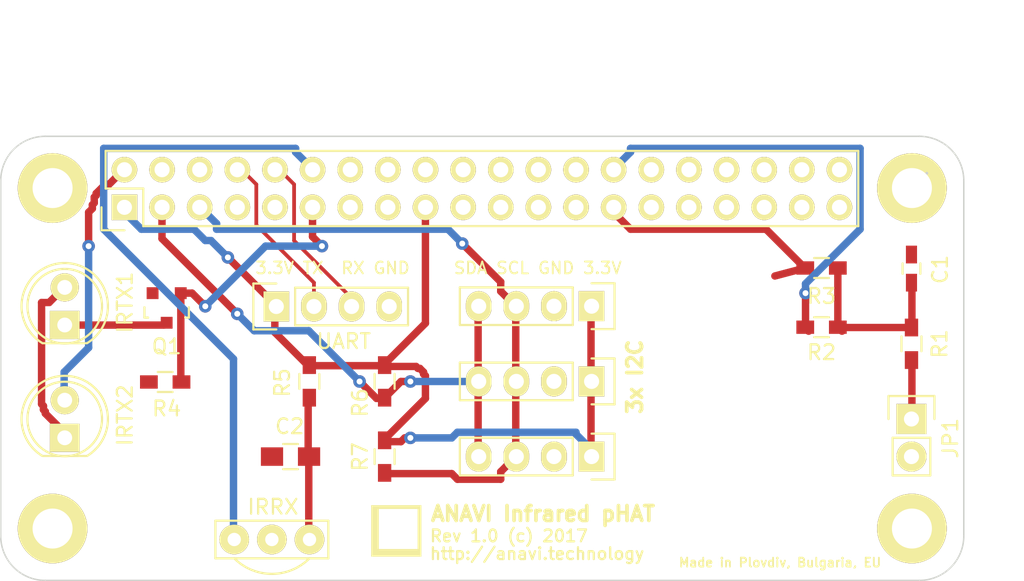
<source format=kicad_pcb>
(kicad_pcb (version 20171130) (host pcbnew "(5.1.5-0-10_14)")

  (general
    (thickness 1.6)
    (drawings 31)
    (tracks 209)
    (zones 0)
    (modules 24)
    (nets 36)
  )

  (page A4)
  (title_block
    (title "Anavi Infra pHAT")
    (date 2017-01-21)
    (company "Anavi Technology")
  )

  (layers
    (0 F.Cu signal)
    (31 B.Cu signal)
    (32 B.Adhes user)
    (33 F.Adhes user)
    (34 B.Paste user)
    (35 F.Paste user)
    (36 B.SilkS user)
    (37 F.SilkS user)
    (38 B.Mask user)
    (39 F.Mask user)
    (40 Dwgs.User user)
    (41 Cmts.User user)
    (42 Eco1.User user)
    (43 Eco2.User user)
    (44 Edge.Cuts user)
    (45 Margin user)
    (46 B.CrtYd user)
    (47 F.CrtYd user)
    (48 B.Fab user)
    (49 F.Fab user)
  )

  (setup
    (last_trace_width 0.5)
    (user_trace_width 0.254)
    (user_trace_width 0.5)
    (user_trace_width 0.754)
    (trace_clearance 0.254)
    (zone_clearance 0.508)
    (zone_45_only no)
    (trace_min 0.25)
    (via_size 0.85)
    (via_drill 0.4)
    (via_min_size 0.4)
    (via_min_drill 0.3)
    (uvia_size 0.35)
    (uvia_drill 0.1)
    (uvias_allowed no)
    (uvia_min_size 0.2)
    (uvia_min_drill 0.1)
    (edge_width 0.1)
    (segment_width 0.2)
    (pcb_text_width 0.3)
    (pcb_text_size 1.5 1.5)
    (mod_edge_width 0.15)
    (mod_text_size 1 1)
    (mod_text_width 0.15)
    (pad_size 4.7 4.7)
    (pad_drill 2.7)
    (pad_to_mask_clearance 0)
    (aux_axis_origin 0 0)
    (visible_elements FFFFF97F)
    (pcbplotparams
      (layerselection 0x010e0_80000001)
      (usegerberextensions true)
      (usegerberattributes false)
      (usegerberadvancedattributes false)
      (creategerberjobfile false)
      (excludeedgelayer true)
      (linewidth 0.100000)
      (plotframeref false)
      (viasonmask false)
      (mode 1)
      (useauxorigin false)
      (hpglpennumber 1)
      (hpglpenspeed 20)
      (hpglpendiameter 15.000000)
      (psnegative false)
      (psa4output false)
      (plotreference true)
      (plotvalue true)
      (plotinvisibletext false)
      (padsonsilk false)
      (subtractmaskfromsilk false)
      (outputformat 1)
      (mirror false)
      (drillshape 0)
      (scaleselection 1)
      (outputdirectory "schemes/"))
  )

  (net 0 "")
  (net 1 +3V3)
  (net 2 GND)
  (net 3 "Net-(C2-Pad1)")
  (net 4 "Net-(IRTX1-Pad2)")
  (net 5 +5V)
  (net 6 "Net-(JP1-Pad1)")
  (net 7 "Net-(Q1-Pad1)")
  (net 8 "Net-(R2-Pad2)")
  (net 9 "Net-(R3-Pad2)")
  (net 10 "Net-(R6-Pad2)")
  (net 11 "Net-(R7-Pad2)")
  (net 12 /TXD)
  (net 13 /RXD)
  (net 14 "Net-(IRRX1-Pad1)")
  (net 15 "Net-(IRTX1-Pad1)")
  (net 16 "Net-(RASP_CONN1-Pad7)")
  (net 17 "Net-(RASP_CONN1-Pad13)")
  (net 18 "Net-(RASP_CONN1-Pad15)")
  (net 19 "Net-(RASP_CONN1-Pad16)")
  (net 20 "Net-(RASP_CONN1-Pad18)")
  (net 21 "Net-(RASP_CONN1-Pad19)")
  (net 22 "Net-(RASP_CONN1-Pad21)")
  (net 23 "Net-(RASP_CONN1-Pad22)")
  (net 24 "Net-(RASP_CONN1-Pad23)")
  (net 25 "Net-(RASP_CONN1-Pad24)")
  (net 26 "Net-(RASP_CONN1-Pad26)")
  (net 27 "Net-(RASP_CONN1-Pad29)")
  (net 28 "Net-(RASP_CONN1-Pad31)")
  (net 29 "Net-(RASP_CONN1-Pad32)")
  (net 30 "Net-(RASP_CONN1-Pad33)")
  (net 31 "Net-(RASP_CONN1-Pad35)")
  (net 32 "Net-(RASP_CONN1-Pad36)")
  (net 33 "Net-(RASP_CONN1-Pad37)")
  (net 34 "Net-(RASP_CONN1-Pad38)")
  (net 35 "Net-(RASP_CONN1-Pad40)")

  (net_class Default "This is the default net class."
    (clearance 0.254)
    (trace_width 0.5)
    (via_dia 0.85)
    (via_drill 0.4)
    (uvia_dia 0.35)
    (uvia_drill 0.1)
    (add_net +3V3)
    (add_net +5V)
    (add_net /RXD)
    (add_net /TXD)
    (add_net GND)
    (add_net "Net-(C2-Pad1)")
    (add_net "Net-(IRRX1-Pad1)")
    (add_net "Net-(IRTX1-Pad1)")
    (add_net "Net-(IRTX1-Pad2)")
    (add_net "Net-(JP1-Pad1)")
    (add_net "Net-(Q1-Pad1)")
    (add_net "Net-(R2-Pad2)")
    (add_net "Net-(R3-Pad2)")
    (add_net "Net-(R6-Pad2)")
    (add_net "Net-(R7-Pad2)")
    (add_net "Net-(RASP_CONN1-Pad13)")
    (add_net "Net-(RASP_CONN1-Pad15)")
    (add_net "Net-(RASP_CONN1-Pad16)")
    (add_net "Net-(RASP_CONN1-Pad18)")
    (add_net "Net-(RASP_CONN1-Pad19)")
    (add_net "Net-(RASP_CONN1-Pad21)")
    (add_net "Net-(RASP_CONN1-Pad22)")
    (add_net "Net-(RASP_CONN1-Pad23)")
    (add_net "Net-(RASP_CONN1-Pad24)")
    (add_net "Net-(RASP_CONN1-Pad26)")
    (add_net "Net-(RASP_CONN1-Pad29)")
    (add_net "Net-(RASP_CONN1-Pad31)")
    (add_net "Net-(RASP_CONN1-Pad32)")
    (add_net "Net-(RASP_CONN1-Pad33)")
    (add_net "Net-(RASP_CONN1-Pad35)")
    (add_net "Net-(RASP_CONN1-Pad36)")
    (add_net "Net-(RASP_CONN1-Pad37)")
    (add_net "Net-(RASP_CONN1-Pad38)")
    (add_net "Net-(RASP_CONN1-Pad40)")
    (add_net "Net-(RASP_CONN1-Pad7)")
  )

  (net_class vcc ""
    (clearance 0.254)
    (trace_width 1.5)
    (via_dia 0.85)
    (via_drill 0.4)
    (uvia_dia 0.35)
    (uvia_drill 0.1)
  )

  (module Capacitors_SMD:C_0603_HandSoldering (layer F.Cu) (tedit 588FBDB9) (tstamp 58831703)
    (at 209.97 83.94 90)
    (descr "Capacitor SMD 0603, hand soldering")
    (tags "capacitor 0603")
    (path /56FB5967)
    (attr smd)
    (fp_text reference C1 (at -0.06 1.93 90) (layer F.SilkS)
      (effects (font (size 1 1) (thickness 0.15)))
    )
    (fp_text value 0.1 (at 0 1.9 90) (layer F.Fab) hide
      (effects (font (size 1 1) (thickness 0.15)))
    )
    (fp_line (start -1.85 -0.75) (end 1.85 -0.75) (layer F.CrtYd) (width 0.05))
    (fp_line (start -1.85 0.75) (end 1.85 0.75) (layer F.CrtYd) (width 0.05))
    (fp_line (start -1.85 -0.75) (end -1.85 0.75) (layer F.CrtYd) (width 0.05))
    (fp_line (start 1.85 -0.75) (end 1.85 0.75) (layer F.CrtYd) (width 0.05))
    (fp_line (start -0.35 -0.6) (end 0.35 -0.6) (layer F.SilkS) (width 0.15))
    (fp_line (start 0.35 0.6) (end -0.35 0.6) (layer F.SilkS) (width 0.15))
    (pad 1 smd rect (at -0.95 0 90) (size 1.2 0.75) (layers F.Cu F.Paste F.Mask)
      (net 1 +3V3))
    (pad 2 smd rect (at 0.95 0 90) (size 1.2 0.75) (layers F.Cu F.Paste F.Mask)
      (net 2 GND))
    (model Capacitors_SMD.3dshapes/C_0603_HandSoldering.wrl
      (at (xyz 0 0 0))
      (scale (xyz 1 1 1))
      (rotate (xyz 0 0 0))
    )
  )

  (module Capacitors_SMD:C_0805_HandSoldering (layer F.Cu) (tedit 588FBD5A) (tstamp 58831709)
    (at 168.06 96.64 180)
    (descr "Capacitor SMD 0805, hand soldering")
    (tags "capacitor 0805")
    (path /56FCE773)
    (attr smd)
    (fp_text reference C2 (at 0.06 2.04 180) (layer F.SilkS)
      (effects (font (size 1 1) (thickness 0.15)))
    )
    (fp_text value 4.7 (at 0 2.1 180) (layer F.Fab) hide
      (effects (font (size 1 1) (thickness 0.15)))
    )
    (fp_line (start -2.3 -1) (end 2.3 -1) (layer F.CrtYd) (width 0.05))
    (fp_line (start -2.3 1) (end 2.3 1) (layer F.CrtYd) (width 0.05))
    (fp_line (start -2.3 -1) (end -2.3 1) (layer F.CrtYd) (width 0.05))
    (fp_line (start 2.3 -1) (end 2.3 1) (layer F.CrtYd) (width 0.05))
    (fp_line (start 0.5 -0.85) (end -0.5 -0.85) (layer F.SilkS) (width 0.15))
    (fp_line (start -0.5 0.85) (end 0.5 0.85) (layer F.SilkS) (width 0.15))
    (pad 1 smd rect (at -1.25 0 180) (size 1.5 1.25) (layers F.Cu F.Paste F.Mask)
      (net 3 "Net-(C2-Pad1)"))
    (pad 2 smd rect (at 1.25 0 180) (size 1.5 1.25) (layers F.Cu F.Paste F.Mask)
      (net 2 GND))
    (model Capacitors_SMD.3dshapes/C_0805_HandSoldering.wrl
      (at (xyz 0 0 0))
      (scale (xyz 1 1 1))
      (rotate (xyz 0 0 0))
    )
  )

  (module LEDs:LED-5MM (layer F.Cu) (tedit 588FBD88) (tstamp 5883170F)
    (at 152.82 87.75 90)
    (descr "LED 5mm round vertical")
    (tags "LED 5mm round vertical")
    (path /56FCCD5F)
    (fp_text reference IRTX1 (at 1.524 4.064 90) (layer F.SilkS)
      (effects (font (size 1 1) (thickness 0.15)))
    )
    (fp_text value L-53F3BT (at 1.524 -3.937 90) (layer F.Fab) hide
      (effects (font (size 1 1) (thickness 0.15)))
    )
    (fp_line (start -1.5 -1.55) (end -1.5 1.55) (layer F.CrtYd) (width 0.05))
    (fp_arc (start 1.3 0) (end -1.5 1.55) (angle -302) (layer F.CrtYd) (width 0.05))
    (fp_arc (start 1.27 0) (end -1.23 -1.5) (angle 297.5) (layer F.SilkS) (width 0.15))
    (fp_line (start -1.23 1.5) (end -1.23 -1.5) (layer F.SilkS) (width 0.15))
    (fp_circle (center 1.27 0) (end 0.97 -2.5) (layer F.SilkS) (width 0.15))
    (fp_text user K (at -1.905 1.905 90) (layer F.SilkS) hide
      (effects (font (size 1 1) (thickness 0.15)))
    )
    (pad 1 thru_hole rect (at 0 0 180) (size 2 1.9) (drill 1.00076) (layers *.Cu *.Mask F.SilkS)
      (net 15 "Net-(IRTX1-Pad1)"))
    (pad 2 thru_hole circle (at 2.54 0 90) (size 1.9 1.9) (drill 1.00076) (layers *.Cu *.Mask F.SilkS)
      (net 4 "Net-(IRTX1-Pad2)"))
    (model LEDs.3dshapes/LED-5MM.wrl
      (offset (xyz 1.269999980926514 0 0))
      (scale (xyz 1 1 1))
      (rotate (xyz 0 0 90))
    )
  )

  (module LEDs:LED-5MM (layer F.Cu) (tedit 588FBD8F) (tstamp 58831715)
    (at 152.82 95.37 90)
    (descr "LED 5mm round vertical")
    (tags "LED 5mm round vertical")
    (path /5882BE41)
    (fp_text reference IRTX2 (at 1.524 4.064 90) (layer F.SilkS)
      (effects (font (size 1 1) (thickness 0.15)))
    )
    (fp_text value L-53F3BT (at 1.524 -3.937 90) (layer F.Fab) hide
      (effects (font (size 1 1) (thickness 0.15)))
    )
    (fp_line (start -1.5 -1.55) (end -1.5 1.55) (layer F.CrtYd) (width 0.05))
    (fp_arc (start 1.3 0) (end -1.5 1.55) (angle -302) (layer F.CrtYd) (width 0.05))
    (fp_arc (start 1.27 0) (end -1.23 -1.5) (angle 297.5) (layer F.SilkS) (width 0.15))
    (fp_line (start -1.23 1.5) (end -1.23 -1.5) (layer F.SilkS) (width 0.15))
    (fp_circle (center 1.27 0) (end 0.97 -2.5) (layer F.SilkS) (width 0.15))
    (fp_text user K (at -1.905 1.905 90) (layer F.SilkS) hide
      (effects (font (size 1 1) (thickness 0.15)))
    )
    (pad 1 thru_hole rect (at 0 0 180) (size 2 1.9) (drill 1.00076) (layers *.Cu *.Mask F.SilkS)
      (net 4 "Net-(IRTX1-Pad2)"))
    (pad 2 thru_hole circle (at 2.54 0 90) (size 1.9 1.9) (drill 1.00076) (layers *.Cu *.Mask F.SilkS)
      (net 5 +5V))
    (model LEDs.3dshapes/LED-5MM.wrl
      (offset (xyz 1.269999980926514 0 0))
      (scale (xyz 1 1 1))
      (rotate (xyz 0 0 90))
    )
  )

  (module Pin_Headers:Pin_Header_Straight_1x02 (layer F.Cu) (tedit 588FBD9A) (tstamp 5883171B)
    (at 209.97 94.1)
    (descr "Through hole pin header")
    (tags "pin header")
    (path /570C5478)
    (fp_text reference JP1 (at 2.63 1.3 90) (layer F.SilkS)
      (effects (font (size 1 1) (thickness 0.15)))
    )
    (fp_text value JUMPER (at 0 -3.1) (layer F.Fab) hide
      (effects (font (size 1 1) (thickness 0.15)))
    )
    (fp_line (start 1.27 1.27) (end 1.27 3.81) (layer F.SilkS) (width 0.15))
    (fp_line (start 1.55 -1.55) (end 1.55 0) (layer F.SilkS) (width 0.15))
    (fp_line (start -1.75 -1.75) (end -1.75 4.3) (layer F.CrtYd) (width 0.05))
    (fp_line (start 1.75 -1.75) (end 1.75 4.3) (layer F.CrtYd) (width 0.05))
    (fp_line (start -1.75 -1.75) (end 1.75 -1.75) (layer F.CrtYd) (width 0.05))
    (fp_line (start -1.75 4.3) (end 1.75 4.3) (layer F.CrtYd) (width 0.05))
    (fp_line (start 1.27 1.27) (end -1.27 1.27) (layer F.SilkS) (width 0.15))
    (fp_line (start -1.55 0) (end -1.55 -1.55) (layer F.SilkS) (width 0.15))
    (fp_line (start -1.55 -1.55) (end 1.55 -1.55) (layer F.SilkS) (width 0.15))
    (fp_line (start -1.27 1.27) (end -1.27 3.81) (layer F.SilkS) (width 0.15))
    (fp_line (start -1.27 3.81) (end 1.27 3.81) (layer F.SilkS) (width 0.15))
    (pad 1 thru_hole rect (at 0 0) (size 2.032 2.032) (drill 1.016) (layers *.Cu *.Mask F.SilkS)
      (net 6 "Net-(JP1-Pad1)"))
    (pad 2 thru_hole oval (at 0 2.54) (size 2.032 2.032) (drill 1.016) (layers *.Cu *.Mask F.SilkS)
      (net 2 GND))
    (model Pin_Headers.3dshapes/Pin_Header_Straight_1x02.wrl
      (offset (xyz 0 -1.269999980926514 0))
      (scale (xyz 1 1 1))
      (rotate (xyz 0 0 90))
    )
  )

  (module TO_SOT_Packages_SMD:SOT-23 (layer F.Cu) (tedit 588FBD4C) (tstamp 58831722)
    (at 159.7 86.6 180)
    (descr "SOT-23, Standard")
    (tags SOT-23)
    (path /570BF19F)
    (attr smd)
    (fp_text reference Q1 (at 0 -2.6 180) (layer F.SilkS)
      (effects (font (size 1 1) (thickness 0.15)))
    )
    (fp_text value BC817 (at 0 2.3 180) (layer F.Fab) hide
      (effects (font (size 1 1) (thickness 0.15)))
    )
    (fp_line (start -1.65 -1.6) (end 1.65 -1.6) (layer F.CrtYd) (width 0.05))
    (fp_line (start 1.65 -1.6) (end 1.65 1.6) (layer F.CrtYd) (width 0.05))
    (fp_line (start 1.65 1.6) (end -1.65 1.6) (layer F.CrtYd) (width 0.05))
    (fp_line (start -1.65 1.6) (end -1.65 -1.6) (layer F.CrtYd) (width 0.05))
    (fp_line (start 1.29916 -0.65024) (end 1.2509 -0.65024) (layer F.SilkS) (width 0.15))
    (fp_line (start -1.49982 0.0508) (end -1.49982 -0.65024) (layer F.SilkS) (width 0.15))
    (fp_line (start -1.49982 -0.65024) (end -1.2509 -0.65024) (layer F.SilkS) (width 0.15))
    (fp_line (start 1.29916 -0.65024) (end 1.49982 -0.65024) (layer F.SilkS) (width 0.15))
    (fp_line (start 1.49982 -0.65024) (end 1.49982 0.0508) (layer F.SilkS) (width 0.15))
    (pad 1 smd rect (at -0.95 1.00076 180) (size 0.8001 0.8001) (layers F.Cu F.Paste F.Mask)
      (net 7 "Net-(Q1-Pad1)"))
    (pad 2 smd rect (at 0.95 1.00076 180) (size 0.8001 0.8001) (layers F.Cu F.Paste F.Mask)
      (net 2 GND))
    (pad 3 smd rect (at 0 -0.99822 180) (size 0.8001 0.8001) (layers F.Cu F.Paste F.Mask)
      (net 15 "Net-(IRTX1-Pad1)"))
    (model TO_SOT_Packages_SMD.3dshapes/SOT-23.wrl
      (at (xyz 0 0 0))
      (scale (xyz 1 1 1))
      (rotate (xyz 0 0 0))
    )
  )

  (module Resistors_SMD:R_0603_HandSoldering (layer F.Cu) (tedit 588FBDA0) (tstamp 58831728)
    (at 209.97 89.02 270)
    (descr "Resistor SMD 0603, hand soldering")
    (tags "resistor 0603")
    (path /56FB57DD)
    (attr smd)
    (fp_text reference R1 (at 0 -1.9 270) (layer F.SilkS)
      (effects (font (size 1 1) (thickness 0.15)))
    )
    (fp_text value 1K (at 0 1.9 270) (layer F.Fab) hide
      (effects (font (size 1 1) (thickness 0.15)))
    )
    (fp_line (start -2 -0.8) (end 2 -0.8) (layer F.CrtYd) (width 0.05))
    (fp_line (start -2 0.8) (end 2 0.8) (layer F.CrtYd) (width 0.05))
    (fp_line (start -2 -0.8) (end -2 0.8) (layer F.CrtYd) (width 0.05))
    (fp_line (start 2 -0.8) (end 2 0.8) (layer F.CrtYd) (width 0.05))
    (fp_line (start 0.5 0.675) (end -0.5 0.675) (layer F.SilkS) (width 0.15))
    (fp_line (start -0.5 -0.675) (end 0.5 -0.675) (layer F.SilkS) (width 0.15))
    (pad 1 smd rect (at -1.1 0 270) (size 1.2 0.9) (layers F.Cu F.Paste F.Mask)
      (net 1 +3V3))
    (pad 2 smd rect (at 1.1 0 270) (size 1.2 0.9) (layers F.Cu F.Paste F.Mask)
      (net 6 "Net-(JP1-Pad1)"))
    (model Resistors_SMD.3dshapes/R_0603_HandSoldering.wrl
      (at (xyz 0 0 0))
      (scale (xyz 1 1 1))
      (rotate (xyz 0 0 0))
    )
  )

  (module Resistors_SMD:R_0603_HandSoldering (layer F.Cu) (tedit 588FBDA5) (tstamp 5883172E)
    (at 203.9 87.9 180)
    (descr "Resistor SMD 0603, hand soldering")
    (tags "resistor 0603")
    (path /56FB589D)
    (attr smd)
    (fp_text reference R2 (at 0 -1.7 180) (layer F.SilkS)
      (effects (font (size 1 1) (thickness 0.15)))
    )
    (fp_text value 4.7K (at 0 1.9 180) (layer F.Fab) hide
      (effects (font (size 1 1) (thickness 0.15)))
    )
    (fp_line (start -2 -0.8) (end 2 -0.8) (layer F.CrtYd) (width 0.05))
    (fp_line (start -2 0.8) (end 2 0.8) (layer F.CrtYd) (width 0.05))
    (fp_line (start -2 -0.8) (end -2 0.8) (layer F.CrtYd) (width 0.05))
    (fp_line (start 2 -0.8) (end 2 0.8) (layer F.CrtYd) (width 0.05))
    (fp_line (start 0.5 0.675) (end -0.5 0.675) (layer F.SilkS) (width 0.15))
    (fp_line (start -0.5 -0.675) (end 0.5 -0.675) (layer F.SilkS) (width 0.15))
    (pad 1 smd rect (at -1.1 0 180) (size 1.2 0.9) (layers F.Cu F.Paste F.Mask)
      (net 1 +3V3))
    (pad 2 smd rect (at 1.1 0 180) (size 1.2 0.9) (layers F.Cu F.Paste F.Mask)
      (net 8 "Net-(R2-Pad2)"))
    (model Resistors_SMD.3dshapes/R_0603_HandSoldering.wrl
      (at (xyz 0 0 0))
      (scale (xyz 1 1 1))
      (rotate (xyz 0 0 0))
    )
  )

  (module Resistors_SMD:R_0603_HandSoldering (layer F.Cu) (tedit 588FBDAE) (tstamp 58831734)
    (at 203.9 83.9 180)
    (descr "Resistor SMD 0603, hand soldering")
    (tags "resistor 0603")
    (path /56FB5912)
    (attr smd)
    (fp_text reference R3 (at 0 -1.9 180) (layer F.SilkS)
      (effects (font (size 1 1) (thickness 0.15)))
    )
    (fp_text value 4.7K (at 0 1.9 180) (layer F.Fab) hide
      (effects (font (size 1 1) (thickness 0.15)))
    )
    (fp_line (start -2 -0.8) (end 2 -0.8) (layer F.CrtYd) (width 0.05))
    (fp_line (start -2 0.8) (end 2 0.8) (layer F.CrtYd) (width 0.05))
    (fp_line (start -2 -0.8) (end -2 0.8) (layer F.CrtYd) (width 0.05))
    (fp_line (start 2 -0.8) (end 2 0.8) (layer F.CrtYd) (width 0.05))
    (fp_line (start 0.5 0.675) (end -0.5 0.675) (layer F.SilkS) (width 0.15))
    (fp_line (start -0.5 -0.675) (end 0.5 -0.675) (layer F.SilkS) (width 0.15))
    (pad 1 smd rect (at -1.1 0 180) (size 1.2 0.9) (layers F.Cu F.Paste F.Mask)
      (net 1 +3V3))
    (pad 2 smd rect (at 1.1 0 180) (size 1.2 0.9) (layers F.Cu F.Paste F.Mask)
      (net 9 "Net-(R3-Pad2)"))
    (model Resistors_SMD.3dshapes/R_0603_HandSoldering.wrl
      (at (xyz 0 0 0))
      (scale (xyz 1 1 1))
      (rotate (xyz 0 0 0))
    )
  )

  (module Resistors_SMD:R_0603_HandSoldering (layer F.Cu) (tedit 588FBD53) (tstamp 5883173A)
    (at 159.6 91.6)
    (descr "Resistor SMD 0603, hand soldering")
    (tags "resistor 0603")
    (path /570BEF32)
    (attr smd)
    (fp_text reference R4 (at 0.1 1.8) (layer F.SilkS)
      (effects (font (size 1 1) (thickness 0.15)))
    )
    (fp_text value 10K (at 0 1.9) (layer F.Fab) hide
      (effects (font (size 1 1) (thickness 0.15)))
    )
    (fp_line (start -2 -0.8) (end 2 -0.8) (layer F.CrtYd) (width 0.05))
    (fp_line (start -2 0.8) (end 2 0.8) (layer F.CrtYd) (width 0.05))
    (fp_line (start -2 -0.8) (end -2 0.8) (layer F.CrtYd) (width 0.05))
    (fp_line (start 2 -0.8) (end 2 0.8) (layer F.CrtYd) (width 0.05))
    (fp_line (start 0.5 0.675) (end -0.5 0.675) (layer F.SilkS) (width 0.15))
    (fp_line (start -0.5 -0.675) (end 0.5 -0.675) (layer F.SilkS) (width 0.15))
    (pad 1 smd rect (at -1.1 0) (size 1.2 0.9) (layers F.Cu F.Paste F.Mask)
      (net 2 GND))
    (pad 2 smd rect (at 1.1 0) (size 1.2 0.9) (layers F.Cu F.Paste F.Mask)
      (net 7 "Net-(Q1-Pad1)"))
    (model Resistors_SMD.3dshapes/R_0603_HandSoldering.wrl
      (at (xyz 0 0 0))
      (scale (xyz 1 1 1))
      (rotate (xyz 0 0 0))
    )
  )

  (module Resistors_SMD:R_0603_HandSoldering (layer F.Cu) (tedit 588FBD64) (tstamp 58831740)
    (at 169.33 91.56 270)
    (descr "Resistor SMD 0603, hand soldering")
    (tags "resistor 0603")
    (path /56FCE3CD)
    (attr smd)
    (fp_text reference R5 (at 0.09 1.83 270) (layer F.SilkS)
      (effects (font (size 1 1) (thickness 0.15)))
    )
    (fp_text value 470 (at 0 1.9 270) (layer F.Fab) hide
      (effects (font (size 1 1) (thickness 0.15)))
    )
    (fp_line (start -2 -0.8) (end 2 -0.8) (layer F.CrtYd) (width 0.05))
    (fp_line (start -2 0.8) (end 2 0.8) (layer F.CrtYd) (width 0.05))
    (fp_line (start -2 -0.8) (end -2 0.8) (layer F.CrtYd) (width 0.05))
    (fp_line (start 2 -0.8) (end 2 0.8) (layer F.CrtYd) (width 0.05))
    (fp_line (start 0.5 0.675) (end -0.5 0.675) (layer F.SilkS) (width 0.15))
    (fp_line (start -0.5 -0.675) (end 0.5 -0.675) (layer F.SilkS) (width 0.15))
    (pad 1 smd rect (at -1.1 0 270) (size 1.2 0.9) (layers F.Cu F.Paste F.Mask)
      (net 1 +3V3))
    (pad 2 smd rect (at 1.1 0 270) (size 1.2 0.9) (layers F.Cu F.Paste F.Mask)
      (net 3 "Net-(C2-Pad1)"))
    (model Resistors_SMD.3dshapes/R_0603_HandSoldering.wrl
      (at (xyz 0 0 0))
      (scale (xyz 1 1 1))
      (rotate (xyz 0 0 0))
    )
  )

  (module Resistors_SMD:R_0603_HandSoldering (layer F.Cu) (tedit 588FBD6B) (tstamp 58831746)
    (at 174.41 91.56 270)
    (descr "Resistor SMD 0603, hand soldering")
    (tags "resistor 0603")
    (path /570C0762)
    (attr smd)
    (fp_text reference R6 (at 1.44 1.66 270) (layer F.SilkS)
      (effects (font (size 1 1) (thickness 0.15)))
    )
    (fp_text value 4.7K (at 0 1.9 270) (layer F.Fab) hide
      (effects (font (size 1 1) (thickness 0.15)))
    )
    (fp_line (start -2 -0.8) (end 2 -0.8) (layer F.CrtYd) (width 0.05))
    (fp_line (start -2 0.8) (end 2 0.8) (layer F.CrtYd) (width 0.05))
    (fp_line (start -2 -0.8) (end -2 0.8) (layer F.CrtYd) (width 0.05))
    (fp_line (start 2 -0.8) (end 2 0.8) (layer F.CrtYd) (width 0.05))
    (fp_line (start 0.5 0.675) (end -0.5 0.675) (layer F.SilkS) (width 0.15))
    (fp_line (start -0.5 -0.675) (end 0.5 -0.675) (layer F.SilkS) (width 0.15))
    (pad 1 smd rect (at -1.1 0 270) (size 1.2 0.9) (layers F.Cu F.Paste F.Mask)
      (net 1 +3V3))
    (pad 2 smd rect (at 1.1 0 270) (size 1.2 0.9) (layers F.Cu F.Paste F.Mask)
      (net 10 "Net-(R6-Pad2)"))
    (model Resistors_SMD.3dshapes/R_0603_HandSoldering.wrl
      (at (xyz 0 0 0))
      (scale (xyz 1 1 1))
      (rotate (xyz 0 0 0))
    )
  )

  (module Resistors_SMD:R_0603_HandSoldering (layer F.Cu) (tedit 588FBD73) (tstamp 5883174C)
    (at 174.41 96.64 270)
    (descr "Resistor SMD 0603, hand soldering")
    (tags "resistor 0603")
    (path /570C0BD5)
    (attr smd)
    (fp_text reference R7 (at 0.01 1.66 270) (layer F.SilkS)
      (effects (font (size 1 1) (thickness 0.15)))
    )
    (fp_text value 4.7K (at 0 1.9 270) (layer F.Fab) hide
      (effects (font (size 1 1) (thickness 0.15)))
    )
    (fp_line (start -2 -0.8) (end 2 -0.8) (layer F.CrtYd) (width 0.05))
    (fp_line (start -2 0.8) (end 2 0.8) (layer F.CrtYd) (width 0.05))
    (fp_line (start -2 -0.8) (end -2 0.8) (layer F.CrtYd) (width 0.05))
    (fp_line (start 2 -0.8) (end 2 0.8) (layer F.CrtYd) (width 0.05))
    (fp_line (start 0.5 0.675) (end -0.5 0.675) (layer F.SilkS) (width 0.15))
    (fp_line (start -0.5 -0.675) (end 0.5 -0.675) (layer F.SilkS) (width 0.15))
    (pad 1 smd rect (at -1.1 0 270) (size 1.2 0.9) (layers F.Cu F.Paste F.Mask)
      (net 1 +3V3))
    (pad 2 smd rect (at 1.1 0 270) (size 1.2 0.9) (layers F.Cu F.Paste F.Mask)
      (net 11 "Net-(R7-Pad2)"))
    (model Resistors_SMD.3dshapes/R_0603_HandSoldering.wrl
      (at (xyz 0 0 0))
      (scale (xyz 1 1 1))
      (rotate (xyz 0 0 0))
    )
  )

  (module Pin_Headers:Pin_Header_Straight_2x20 (layer F.Cu) (tedit 588FBD82) (tstamp 58831778)
    (at 156.85 79.8 90)
    (descr "Through hole pin header")
    (tags "pin header")
    (path /56FB7C7A)
    (fp_text reference RASP_CONN1 (at 0 -5.1 90) (layer F.SilkS) hide
      (effects (font (size 1 1) (thickness 0.15)))
    )
    (fp_text value Raspberry_PI (at 0 -3.1 90) (layer F.Fab) hide
      (effects (font (size 1 1) (thickness 0.15)))
    )
    (fp_line (start -1.75 -1.75) (end -1.75 50.05) (layer F.CrtYd) (width 0.05))
    (fp_line (start 4.3 -1.75) (end 4.3 50.05) (layer F.CrtYd) (width 0.05))
    (fp_line (start -1.75 -1.75) (end 4.3 -1.75) (layer F.CrtYd) (width 0.05))
    (fp_line (start -1.75 50.05) (end 4.3 50.05) (layer F.CrtYd) (width 0.05))
    (fp_line (start 3.81 49.53) (end 3.81 -1.27) (layer F.SilkS) (width 0.15))
    (fp_line (start -1.27 1.27) (end -1.27 49.53) (layer F.SilkS) (width 0.15))
    (fp_line (start 3.81 49.53) (end -1.27 49.53) (layer F.SilkS) (width 0.15))
    (fp_line (start 3.81 -1.27) (end 1.27 -1.27) (layer F.SilkS) (width 0.15))
    (fp_line (start 0 -1.55) (end -1.55 -1.55) (layer F.SilkS) (width 0.15))
    (fp_line (start 1.27 -1.27) (end 1.27 1.27) (layer F.SilkS) (width 0.15))
    (fp_line (start 1.27 1.27) (end -1.27 1.27) (layer F.SilkS) (width 0.15))
    (fp_line (start -1.55 -1.55) (end -1.55 0) (layer F.SilkS) (width 0.15))
    (pad 1 thru_hole rect (at 0 0 90) (size 1.7272 1.7272) (drill 1.016) (layers *.Cu *.Mask F.SilkS)
      (net 1 +3V3))
    (pad 2 thru_hole oval (at 2.54 0 90) (size 1.7272 1.7272) (drill 1.016) (layers *.Cu *.Mask F.SilkS)
      (net 5 +5V))
    (pad 3 thru_hole oval (at 0 2.54 90) (size 1.7272 1.7272) (drill 1.016) (layers *.Cu *.Mask F.SilkS)
      (net 10 "Net-(R6-Pad2)"))
    (pad 4 thru_hole oval (at 2.54 2.54 90) (size 1.7272 1.7272) (drill 1.016) (layers *.Cu *.Mask F.SilkS)
      (net 5 +5V))
    (pad 5 thru_hole oval (at 0 5.08 90) (size 1.7272 1.7272) (drill 1.016) (layers *.Cu *.Mask F.SilkS)
      (net 11 "Net-(R7-Pad2)"))
    (pad 6 thru_hole oval (at 2.54 5.08 90) (size 1.7272 1.7272) (drill 1.016) (layers *.Cu *.Mask F.SilkS)
      (net 2 GND))
    (pad 7 thru_hole oval (at 0 7.62 90) (size 1.7272 1.7272) (drill 1.016) (layers *.Cu *.Mask F.SilkS)
      (net 16 "Net-(RASP_CONN1-Pad7)"))
    (pad 8 thru_hole oval (at 2.54 7.62 90) (size 1.7272 1.7272) (drill 1.016) (layers *.Cu *.Mask F.SilkS)
      (net 12 /TXD))
    (pad 9 thru_hole oval (at 0 10.16 90) (size 1.7272 1.7272) (drill 1.016) (layers *.Cu *.Mask F.SilkS)
      (net 2 GND))
    (pad 10 thru_hole oval (at 2.54 10.16 90) (size 1.7272 1.7272) (drill 1.016) (layers *.Cu *.Mask F.SilkS)
      (net 13 /RXD))
    (pad 11 thru_hole oval (at 0 12.7 90) (size 1.7272 1.7272) (drill 1.016) (layers *.Cu *.Mask F.SilkS)
      (net 7 "Net-(Q1-Pad1)"))
    (pad 12 thru_hole oval (at 2.54 12.7 90) (size 1.7272 1.7272) (drill 1.016) (layers *.Cu *.Mask F.SilkS)
      (net 14 "Net-(IRRX1-Pad1)"))
    (pad 13 thru_hole oval (at 0 15.24 90) (size 1.7272 1.7272) (drill 1.016) (layers *.Cu *.Mask F.SilkS)
      (net 17 "Net-(RASP_CONN1-Pad13)"))
    (pad 14 thru_hole oval (at 2.54 15.24 90) (size 1.7272 1.7272) (drill 1.016) (layers *.Cu *.Mask F.SilkS)
      (net 2 GND))
    (pad 15 thru_hole oval (at 0 17.78 90) (size 1.7272 1.7272) (drill 1.016) (layers *.Cu *.Mask F.SilkS)
      (net 18 "Net-(RASP_CONN1-Pad15)"))
    (pad 16 thru_hole oval (at 2.54 17.78 90) (size 1.7272 1.7272) (drill 1.016) (layers *.Cu *.Mask F.SilkS)
      (net 19 "Net-(RASP_CONN1-Pad16)"))
    (pad 17 thru_hole oval (at 0 20.32 90) (size 1.7272 1.7272) (drill 1.016) (layers *.Cu *.Mask F.SilkS)
      (net 1 +3V3))
    (pad 18 thru_hole oval (at 2.54 20.32 90) (size 1.7272 1.7272) (drill 1.016) (layers *.Cu *.Mask F.SilkS)
      (net 20 "Net-(RASP_CONN1-Pad18)"))
    (pad 19 thru_hole oval (at 0 22.86 90) (size 1.7272 1.7272) (drill 1.016) (layers *.Cu *.Mask F.SilkS)
      (net 21 "Net-(RASP_CONN1-Pad19)"))
    (pad 20 thru_hole oval (at 2.54 22.86 90) (size 1.7272 1.7272) (drill 1.016) (layers *.Cu *.Mask F.SilkS)
      (net 2 GND))
    (pad 21 thru_hole oval (at 0 25.4 90) (size 1.7272 1.7272) (drill 1.016) (layers *.Cu *.Mask F.SilkS)
      (net 22 "Net-(RASP_CONN1-Pad21)"))
    (pad 22 thru_hole oval (at 2.54 25.4 90) (size 1.7272 1.7272) (drill 1.016) (layers *.Cu *.Mask F.SilkS)
      (net 23 "Net-(RASP_CONN1-Pad22)"))
    (pad 23 thru_hole oval (at 0 27.94 90) (size 1.7272 1.7272) (drill 1.016) (layers *.Cu *.Mask F.SilkS)
      (net 24 "Net-(RASP_CONN1-Pad23)"))
    (pad 24 thru_hole oval (at 2.54 27.94 90) (size 1.7272 1.7272) (drill 1.016) (layers *.Cu *.Mask F.SilkS)
      (net 25 "Net-(RASP_CONN1-Pad24)"))
    (pad 25 thru_hole oval (at 0 30.48 90) (size 1.7272 1.7272) (drill 1.016) (layers *.Cu *.Mask F.SilkS)
      (net 2 GND))
    (pad 26 thru_hole oval (at 2.54 30.48 90) (size 1.7272 1.7272) (drill 1.016) (layers *.Cu *.Mask F.SilkS)
      (net 26 "Net-(RASP_CONN1-Pad26)"))
    (pad 27 thru_hole oval (at 0 33.02 90) (size 1.7272 1.7272) (drill 1.016) (layers *.Cu *.Mask F.SilkS)
      (net 9 "Net-(R3-Pad2)"))
    (pad 28 thru_hole oval (at 2.54 33.02 90) (size 1.7272 1.7272) (drill 1.016) (layers *.Cu *.Mask F.SilkS)
      (net 8 "Net-(R2-Pad2)"))
    (pad 29 thru_hole oval (at 0 35.56 90) (size 1.7272 1.7272) (drill 1.016) (layers *.Cu *.Mask F.SilkS)
      (net 27 "Net-(RASP_CONN1-Pad29)"))
    (pad 30 thru_hole oval (at 2.54 35.56 90) (size 1.7272 1.7272) (drill 1.016) (layers *.Cu *.Mask F.SilkS)
      (net 2 GND))
    (pad 31 thru_hole oval (at 0 38.1 90) (size 1.7272 1.7272) (drill 1.016) (layers *.Cu *.Mask F.SilkS)
      (net 28 "Net-(RASP_CONN1-Pad31)"))
    (pad 32 thru_hole oval (at 2.54 38.1 90) (size 1.7272 1.7272) (drill 1.016) (layers *.Cu *.Mask F.SilkS)
      (net 29 "Net-(RASP_CONN1-Pad32)"))
    (pad 33 thru_hole oval (at 0 40.64 90) (size 1.7272 1.7272) (drill 1.016) (layers *.Cu *.Mask F.SilkS)
      (net 30 "Net-(RASP_CONN1-Pad33)"))
    (pad 34 thru_hole oval (at 2.54 40.64 90) (size 1.7272 1.7272) (drill 1.016) (layers *.Cu *.Mask F.SilkS)
      (net 2 GND))
    (pad 35 thru_hole oval (at 0 43.18 90) (size 1.7272 1.7272) (drill 1.016) (layers *.Cu *.Mask F.SilkS)
      (net 31 "Net-(RASP_CONN1-Pad35)"))
    (pad 36 thru_hole oval (at 2.54 43.18 90) (size 1.7272 1.7272) (drill 1.016) (layers *.Cu *.Mask F.SilkS)
      (net 32 "Net-(RASP_CONN1-Pad36)"))
    (pad 37 thru_hole oval (at 0 45.72 90) (size 1.7272 1.7272) (drill 1.016) (layers *.Cu *.Mask F.SilkS)
      (net 33 "Net-(RASP_CONN1-Pad37)"))
    (pad 38 thru_hole oval (at 2.54 45.72 90) (size 1.7272 1.7272) (drill 1.016) (layers *.Cu *.Mask F.SilkS)
      (net 34 "Net-(RASP_CONN1-Pad38)"))
    (pad 39 thru_hole oval (at 0 48.26 90) (size 1.7272 1.7272) (drill 1.016) (layers *.Cu *.Mask F.SilkS)
      (net 2 GND))
    (pad 40 thru_hole oval (at 2.54 48.26 90) (size 1.7272 1.7272) (drill 1.016) (layers *.Cu *.Mask F.SilkS)
      (net 35 "Net-(RASP_CONN1-Pad40)"))
    (model Pin_Headers.3dshapes/Pin_Header_Straight_2x20.wrl
      (offset (xyz 1.269999980926514 -24.12999963760376 0))
      (scale (xyz 1 1 1))
      (rotate (xyz 0 0 90))
    )
  )

  (module Pin_Headers:Pin_Header_Straight_1x04 (layer F.Cu) (tedit 588FBD3A) (tstamp 58831780)
    (at 188.38 96.64 270)
    (descr "Through hole pin header")
    (tags "pin header")
    (path /5704A9C3)
    (fp_text reference SENS1 (at 0 -5.1 270) (layer F.SilkS) hide
      (effects (font (size 1 1) (thickness 0.15)))
    )
    (fp_text value I2C_SENS_1 (at 0 -3.1 270) (layer F.Fab) hide
      (effects (font (size 1 1) (thickness 0.15)))
    )
    (fp_line (start -1.75 -1.75) (end -1.75 9.4) (layer F.CrtYd) (width 0.05))
    (fp_line (start 1.75 -1.75) (end 1.75 9.4) (layer F.CrtYd) (width 0.05))
    (fp_line (start -1.75 -1.75) (end 1.75 -1.75) (layer F.CrtYd) (width 0.05))
    (fp_line (start -1.75 9.4) (end 1.75 9.4) (layer F.CrtYd) (width 0.05))
    (fp_line (start -1.27 1.27) (end -1.27 8.89) (layer F.SilkS) (width 0.15))
    (fp_line (start 1.27 1.27) (end 1.27 8.89) (layer F.SilkS) (width 0.15))
    (fp_line (start 1.55 -1.55) (end 1.55 0) (layer F.SilkS) (width 0.15))
    (fp_line (start -1.27 8.89) (end 1.27 8.89) (layer F.SilkS) (width 0.15))
    (fp_line (start 1.27 1.27) (end -1.27 1.27) (layer F.SilkS) (width 0.15))
    (fp_line (start -1.55 0) (end -1.55 -1.55) (layer F.SilkS) (width 0.15))
    (fp_line (start -1.55 -1.55) (end 1.55 -1.55) (layer F.SilkS) (width 0.15))
    (pad 1 thru_hole rect (at 0 0 270) (size 2.032 1.7272) (drill 1.016) (layers *.Cu *.Mask F.SilkS)
      (net 1 +3V3))
    (pad 2 thru_hole oval (at 0 2.54 270) (size 2.032 1.7272) (drill 1.016) (layers *.Cu *.Mask F.SilkS)
      (net 2 GND))
    (pad 3 thru_hole oval (at 0 5.08 270) (size 2.032 1.7272) (drill 1.016) (layers *.Cu *.Mask F.SilkS)
      (net 11 "Net-(R7-Pad2)"))
    (pad 4 thru_hole oval (at 0 7.62 270) (size 2.032 1.7272) (drill 1.016) (layers *.Cu *.Mask F.SilkS)
      (net 10 "Net-(R6-Pad2)"))
    (model Pin_Headers.3dshapes/Pin_Header_Straight_1x04.wrl
      (offset (xyz 0 -3.809999942779541 0))
      (scale (xyz 1 1 1))
      (rotate (xyz 0 0 90))
    )
  )

  (module Pin_Headers:Pin_Header_Straight_1x04 (layer F.Cu) (tedit 588FBD33) (tstamp 58831788)
    (at 188.38 91.56 270)
    (descr "Through hole pin header")
    (tags "pin header")
    (path /5752A123)
    (fp_text reference SENS2 (at 0 -5.1 270) (layer F.SilkS) hide
      (effects (font (size 1 1) (thickness 0.15)))
    )
    (fp_text value I2C_SENS_1 (at 0 -3.1 270) (layer F.Fab) hide
      (effects (font (size 1 1) (thickness 0.15)))
    )
    (fp_line (start -1.75 -1.75) (end -1.75 9.4) (layer F.CrtYd) (width 0.05))
    (fp_line (start 1.75 -1.75) (end 1.75 9.4) (layer F.CrtYd) (width 0.05))
    (fp_line (start -1.75 -1.75) (end 1.75 -1.75) (layer F.CrtYd) (width 0.05))
    (fp_line (start -1.75 9.4) (end 1.75 9.4) (layer F.CrtYd) (width 0.05))
    (fp_line (start -1.27 1.27) (end -1.27 8.89) (layer F.SilkS) (width 0.15))
    (fp_line (start 1.27 1.27) (end 1.27 8.89) (layer F.SilkS) (width 0.15))
    (fp_line (start 1.55 -1.55) (end 1.55 0) (layer F.SilkS) (width 0.15))
    (fp_line (start -1.27 8.89) (end 1.27 8.89) (layer F.SilkS) (width 0.15))
    (fp_line (start 1.27 1.27) (end -1.27 1.27) (layer F.SilkS) (width 0.15))
    (fp_line (start -1.55 0) (end -1.55 -1.55) (layer F.SilkS) (width 0.15))
    (fp_line (start -1.55 -1.55) (end 1.55 -1.55) (layer F.SilkS) (width 0.15))
    (pad 1 thru_hole rect (at 0 0 270) (size 2.032 1.7272) (drill 1.016) (layers *.Cu *.Mask F.SilkS)
      (net 1 +3V3))
    (pad 2 thru_hole oval (at 0 2.54 270) (size 2.032 1.7272) (drill 1.016) (layers *.Cu *.Mask F.SilkS)
      (net 2 GND))
    (pad 3 thru_hole oval (at 0 5.08 270) (size 2.032 1.7272) (drill 1.016) (layers *.Cu *.Mask F.SilkS)
      (net 11 "Net-(R7-Pad2)"))
    (pad 4 thru_hole oval (at 0 7.62 270) (size 2.032 1.7272) (drill 1.016) (layers *.Cu *.Mask F.SilkS)
      (net 10 "Net-(R6-Pad2)"))
    (model Pin_Headers.3dshapes/Pin_Header_Straight_1x04.wrl
      (offset (xyz 0 -3.809999942779541 0))
      (scale (xyz 1 1 1))
      (rotate (xyz 0 0 90))
    )
  )

  (module Pin_Headers:Pin_Header_Straight_1x04 (layer F.Cu) (tedit 588FBD12) (tstamp 58831790)
    (at 188.38 86.48 270)
    (descr "Through hole pin header")
    (tags "pin header")
    (path /5752A2F7)
    (fp_text reference SENS3 (at 0 -5.1 270) (layer F.SilkS) hide
      (effects (font (size 1 1) (thickness 0.15)))
    )
    (fp_text value I2C_SENS_1 (at 0 -3.1 270) (layer F.Fab) hide
      (effects (font (size 1 1) (thickness 0.15)))
    )
    (fp_line (start -1.75 -1.75) (end -1.75 9.4) (layer F.CrtYd) (width 0.05))
    (fp_line (start 1.75 -1.75) (end 1.75 9.4) (layer F.CrtYd) (width 0.05))
    (fp_line (start -1.75 -1.75) (end 1.75 -1.75) (layer F.CrtYd) (width 0.05))
    (fp_line (start -1.75 9.4) (end 1.75 9.4) (layer F.CrtYd) (width 0.05))
    (fp_line (start -1.27 1.27) (end -1.27 8.89) (layer F.SilkS) (width 0.15))
    (fp_line (start 1.27 1.27) (end 1.27 8.89) (layer F.SilkS) (width 0.15))
    (fp_line (start 1.55 -1.55) (end 1.55 0) (layer F.SilkS) (width 0.15))
    (fp_line (start -1.27 8.89) (end 1.27 8.89) (layer F.SilkS) (width 0.15))
    (fp_line (start 1.27 1.27) (end -1.27 1.27) (layer F.SilkS) (width 0.15))
    (fp_line (start -1.55 0) (end -1.55 -1.55) (layer F.SilkS) (width 0.15))
    (fp_line (start -1.55 -1.55) (end 1.55 -1.55) (layer F.SilkS) (width 0.15))
    (pad 1 thru_hole rect (at 0 0 270) (size 2.032 1.7272) (drill 1.016) (layers *.Cu *.Mask F.SilkS)
      (net 1 +3V3))
    (pad 2 thru_hole oval (at 0 2.54 270) (size 2.032 1.7272) (drill 1.016) (layers *.Cu *.Mask F.SilkS)
      (net 2 GND))
    (pad 3 thru_hole oval (at 0 5.08 270) (size 2.032 1.7272) (drill 1.016) (layers *.Cu *.Mask F.SilkS)
      (net 11 "Net-(R7-Pad2)"))
    (pad 4 thru_hole oval (at 0 7.62 270) (size 2.032 1.7272) (drill 1.016) (layers *.Cu *.Mask F.SilkS)
      (net 10 "Net-(R6-Pad2)"))
    (model Pin_Headers.3dshapes/Pin_Header_Straight_1x04.wrl
      (offset (xyz 0 -3.809999942779541 0))
      (scale (xyz 1 1 1))
      (rotate (xyz 0 0 90))
    )
  )

  (module Pin_Headers:Pin_Header_Straight_1x04 (layer F.Cu) (tedit 588FBD42) (tstamp 588317A4)
    (at 167.1 86.5 90)
    (descr "Through hole pin header")
    (tags "pin header")
    (path /574EB04E)
    (fp_text reference UART (at -2.35 4.55 180) (layer F.SilkS)
      (effects (font (size 1 1) (thickness 0.15)))
    )
    (fp_text value CONN_01X04 (at 0 -3.1 90) (layer F.Fab) hide
      (effects (font (size 1 1) (thickness 0.15)))
    )
    (fp_line (start -1.75 -1.75) (end -1.75 9.4) (layer F.CrtYd) (width 0.05))
    (fp_line (start 1.75 -1.75) (end 1.75 9.4) (layer F.CrtYd) (width 0.05))
    (fp_line (start -1.75 -1.75) (end 1.75 -1.75) (layer F.CrtYd) (width 0.05))
    (fp_line (start -1.75 9.4) (end 1.75 9.4) (layer F.CrtYd) (width 0.05))
    (fp_line (start -1.27 1.27) (end -1.27 8.89) (layer F.SilkS) (width 0.15))
    (fp_line (start 1.27 1.27) (end 1.27 8.89) (layer F.SilkS) (width 0.15))
    (fp_line (start 1.55 -1.55) (end 1.55 0) (layer F.SilkS) (width 0.15))
    (fp_line (start -1.27 8.89) (end 1.27 8.89) (layer F.SilkS) (width 0.15))
    (fp_line (start 1.27 1.27) (end -1.27 1.27) (layer F.SilkS) (width 0.15))
    (fp_line (start -1.55 0) (end -1.55 -1.55) (layer F.SilkS) (width 0.15))
    (fp_line (start -1.55 -1.55) (end 1.55 -1.55) (layer F.SilkS) (width 0.15))
    (pad 1 thru_hole rect (at 0 0 90) (size 2.032 1.7272) (drill 1.016) (layers *.Cu *.Mask F.SilkS)
      (net 1 +3V3))
    (pad 2 thru_hole oval (at 0 2.54 90) (size 2.032 1.7272) (drill 1.016) (layers *.Cu *.Mask F.SilkS)
      (net 12 /TXD))
    (pad 3 thru_hole oval (at 0 5.08 90) (size 2.032 1.7272) (drill 1.016) (layers *.Cu *.Mask F.SilkS)
      (net 13 /RXD))
    (pad 4 thru_hole oval (at 0 7.62 90) (size 2.032 1.7272) (drill 1.016) (layers *.Cu *.Mask F.SilkS)
      (net 2 GND))
    (model Pin_Headers.3dshapes/Pin_Header_Straight_1x04.wrl
      (offset (xyz 0 -3.809999942779541 0))
      (scale (xyz 1 1 1))
      (rotate (xyz 0 0 90))
    )
  )

  (module myfootprint:TSOP38X (layer F.Cu) (tedit 588FBD7A) (tstamp 588323BD)
    (at 166.8 99.7)
    (path /56FCDD28)
    (fp_text reference IRRX (at 0.074 0.339) (layer F.SilkS)
      (effects (font (size 1 1) (thickness 0.15)))
    )
    (fp_text value TSOP34838 (at 0 -0.5) (layer F.Fab) hide
      (effects (font (size 1 1) (thickness 0.15)))
    )
    (fp_arc (start 0 1.27) (end 2.54 3.81) (angle 90) (layer F.SilkS) (width 0.15))
    (fp_line (start -3.81 1.27) (end 3.81 1.27) (layer F.SilkS) (width 0.15))
    (fp_line (start 3.81 1.27) (end 3.81 3.81) (layer F.SilkS) (width 0.15))
    (fp_line (start 3.81 3.81) (end -3.81 3.81) (layer F.SilkS) (width 0.15))
    (fp_line (start -3.81 3.81) (end -3.81 1.27) (layer F.SilkS) (width 0.15))
    (pad 1 thru_hole circle (at -2.54 2.54) (size 2 2) (drill 0.9) (layers *.Cu *.Mask F.SilkS)
      (net 14 "Net-(IRRX1-Pad1)"))
    (pad 2 thru_hole circle (at 0 2.54) (size 2 2) (drill 0.9) (layers *.Cu *.Mask F.SilkS)
      (net 2 GND))
    (pad 3 thru_hole circle (at 2.54 2.54) (size 2 2) (drill 0.9) (layers *.Cu *.Mask F.SilkS)
      (net 3 "Net-(C2-Pad1)"))
  )

  (module Mounting_Holes:MountingHole_2.7mm_M2.5_DIN965_Pad (layer F.Cu) (tedit 588FBCDB) (tstamp 588C38C3)
    (at 152 78.5)
    (descr "Mounting Hole 2.7mm, M2.5, DIN965")
    (tags "mounting hole 2.7mm m2.5 din965")
    (fp_text reference REF1 (at 0 -3.35) (layer F.SilkS) hide
      (effects (font (size 1 1) (thickness 0.15)))
    )
    (fp_text value MountingHole_2.7mm_M2.5_DIN965_Pad (at 0 3.35) (layer F.Fab) hide
      (effects (font (size 1 1) (thickness 0.15)))
    )
    (fp_circle (center 0 0) (end 2.35 0) (layer Cmts.User) (width 0.15))
    (fp_circle (center 0 0) (end 2.6 0) (layer F.CrtYd) (width 0.05))
    (pad 1 thru_hole circle (at 0 0) (size 4.7 4.7) (drill 2.7) (layers *.Cu *.Mask F.SilkS))
  )

  (module Mounting_Holes:MountingHole_2.7mm_M2.5_DIN965_Pad (layer F.Cu) (tedit 588FBCD6) (tstamp 588C38D0)
    (at 210 78.5)
    (descr "Mounting Hole 2.7mm, M2.5, DIN965")
    (tags "mounting hole 2.7mm m2.5 din965")
    (fp_text reference REF2 (at 0 -3.35) (layer F.SilkS) hide
      (effects (font (size 1 1) (thickness 0.15)))
    )
    (fp_text value MountingHole_2.7mm_M2.5_DIN965_Pad (at 0 3.35) (layer F.Fab) hide
      (effects (font (size 1 1) (thickness 0.15)))
    )
    (fp_circle (center 0 0) (end 2.35 0) (layer Cmts.User) (width 0.15))
    (fp_circle (center 0 0) (end 2.6 0) (layer F.CrtYd) (width 0.05))
    (pad 2 thru_hole circle (at 0 0) (size 4.7 4.7) (drill 2.7) (layers *.Cu *.Mask F.SilkS))
  )

  (module Mounting_Holes:MountingHole_2.7mm_M2.5_DIN965_Pad (layer F.Cu) (tedit 588FBCC1) (tstamp 588C398A)
    (at 210 101.5)
    (descr "Mounting Hole 2.7mm, M2.5, DIN965")
    (tags "mounting hole 2.7mm m2.5 din965")
    (fp_text reference REF3 (at 0 -3.35) (layer F.SilkS) hide
      (effects (font (size 1 1) (thickness 0.15)))
    )
    (fp_text value MountingHole_2.7mm_M2.5_DIN965_Pad (at 0 3.35) (layer F.Fab) hide
      (effects (font (size 1 1) (thickness 0.15)))
    )
    (fp_circle (center 0 0) (end 2.35 0) (layer Cmts.User) (width 0.15))
    (fp_circle (center 0 0) (end 2.6 0) (layer F.CrtYd) (width 0.05))
    (pad 3 thru_hole circle (at 0 0) (size 4.7 4.7) (drill 2.7) (layers *.Cu *.Mask F.SilkS))
  )

  (module Mounting_Holes:MountingHole_2.7mm_M2.5_DIN965_Pad (layer F.Cu) (tedit 588FBCE4) (tstamp 588C39A5)
    (at 152 101.5)
    (descr "Mounting Hole 2.7mm, M2.5, DIN965")
    (tags "mounting hole 2.7mm m2.5 din965")
    (fp_text reference REF4 (at 0 -3.35) (layer F.SilkS) hide
      (effects (font (size 1 1) (thickness 0.15)))
    )
    (fp_text value MountingHole_2.7mm_M2.5_DIN965_Pad (at 0 3.35) (layer F.Fab) hide
      (effects (font (size 1 1) (thickness 0.15)))
    )
    (fp_circle (center 0 0) (end 2.35 0) (layer Cmts.User) (width 0.15))
    (fp_circle (center 0 0) (end 2.6 0) (layer F.CrtYd) (width 0.05))
    (pad 4 thru_hole circle (at 0 0) (size 4.7 4.7) (drill 2.7) (layers *.Cu *.Mask F.SilkS))
  )

  (module logo:anavi-logo (layer F.Cu) (tedit 588538F6) (tstamp 58884B14)
    (at 175.2 101.7)
    (fp_text reference "" (at 0 0) (layer F.SilkS) hide
      (effects (font (size 1.524 1.524) (thickness 0.3)))
    )
    (fp_text value LOGO (at 0.75 0) (layer F.SilkS) hide
      (effects (font (size 1.524 1.524) (thickness 0.3)))
    )
    (fp_poly (pts (xy 1.693334 1.693334) (xy -1.693333 1.693334) (xy -1.693333 -1.524) (xy -1.185333 -1.524)
      (xy -1.185333 1.185334) (xy 1.439334 1.185334) (xy 1.439334 -1.524) (xy -1.185333 -1.524)
      (xy -1.693333 -1.524) (xy -1.693333 -1.778) (xy 1.693334 -1.778) (xy 1.693334 1.693334)) (layer F.SilkS) (width 0.01))
  )

  (gr_text BC817 (at 159.6 86.6) (layer F.Fab)
    (effects (font (size 0.6 0.6) (thickness 0.125)))
  )
  (gr_text 10K (at 159.7 91.6) (layer F.Fab)
    (effects (font (size 1 1) (thickness 0.25)))
  )
  (gr_text 470 (at 169.4 91.7 90) (layer F.Fab)
    (effects (font (size 1 1) (thickness 0.25)))
  )
  (gr_text 4,7pF (at 167.9 96.7) (layer F.Fab)
    (effects (font (size 1 1) (thickness 0.25)))
  )
  (gr_text 100nF (at 210 83.9 90) (layer F.Fab)
    (effects (font (size 1 0.8) (thickness 0.2)))
  )
  (gr_text 1K (at 210 88.9 90) (layer F.Fab)
    (effects (font (size 1 1) (thickness 0.25)))
  )
  (gr_text 4,7K (at 174.5 96.8 90) (layer F.Fab)
    (effects (font (size 1 1) (thickness 0.25)))
  )
  (gr_text 4,7K (at 174.4 91.7 90) (layer F.Fab)
    (effects (font (size 1 1) (thickness 0.25)))
  )
  (gr_text 4,7K (at 203.9 87.9) (layer F.Fab)
    (effects (font (size 1 1) (thickness 0.25)))
  )
  (gr_text 4,7K (at 203.9 83.9) (layer F.Fab)
    (effects (font (size 1 1) (thickness 0.25)))
  )
  (gr_text "Rev 1.0 (c) 2017" (at 182.8 102) (layer F.SilkS)
    (effects (font (size 0.8 0.8) (thickness 0.15)))
  )
  (gr_text "3.3V TX  RX GND" (at 170.9 83.9) (layer F.SilkS)
    (effects (font (size 0.8 0.8) (thickness 0.125)))
  )
  (gr_text "3x I2C" (at 191.3 91.25 90) (layer F.SilkS)
    (effects (font (size 1 1) (thickness 0.25)))
  )
  (gr_text "SDA SCL GND 3.3V" (at 184.75 83.9) (layer F.SilkS)
    (effects (font (size 0.8 0.8) (thickness 0.125)))
  )
  (gr_text "Made in Plovdiv, Bulgaria, EU" (at 201.1 103.8) (layer F.SilkS)
    (effects (font (size 0.6 0.6) (thickness 0.125)))
  )
  (gr_text http://anavi.technology (at 184.7 103.2) (layer F.SilkS)
    (effects (font (size 0.8 0.8) (thickness 0.15)))
  )
  (gr_text "ANAVI Infrared pHAT" (at 185.1 100.5) (layer F.SilkS)
    (effects (font (size 1 1) (thickness 0.25)))
  )
  (dimension 3.5 (width 0.3) (layer F.CrtYd)
    (gr_text "3.500 mm" (at 211.75 67.65) (layer F.CrtYd)
      (effects (font (size 1.5 1.5) (thickness 0.3)))
    )
    (feature1 (pts (xy 213.5 78.5) (xy 213.5 66.3)))
    (feature2 (pts (xy 210 78.5) (xy 210 66.3)))
    (crossbar (pts (xy 210 69) (xy 213.5 69)))
    (arrow1a (pts (xy 213.5 69) (xy 212.373496 69.586421)))
    (arrow1b (pts (xy 213.5 69) (xy 212.373496 68.413579)))
    (arrow2a (pts (xy 210 69) (xy 211.126504 69.586421)))
    (arrow2b (pts (xy 210 69) (xy 211.126504 68.413579)))
  )
  (gr_line (start 152 78.46) (end 152 77.46) (angle 90) (layer B.SilkS) (width 0.2))
  (gr_line (start 148.5011 102.0036) (end 148.5011 78.0036) (layer Edge.Cuts) (width 0.1))
  (gr_line (start 210.5011 105.0036) (end 151.5011 105.0036) (layer Edge.Cuts) (width 0.1))
  (gr_line (start 213.5011 78.0036) (end 213.5011 102.0036) (layer Edge.Cuts) (width 0.1))
  (gr_line (start 151.5011 75.0036) (end 210.5011 75.0036) (layer Edge.Cuts) (width 0.1))
  (gr_arc (start 151.5011 78.0036) (end 151.5011 75.0036) (angle -90) (layer Edge.Cuts) (width 0.1))
  (gr_circle (center 152.0011 77.5036) (end 152.0011 77.5036) (layer Edge.Cuts) (width 0.1))
  (gr_arc (start 210.5011 78.0036) (end 213.5011 78.0036) (angle -90) (layer Edge.Cuts) (width 0.1))
  (gr_circle (center 211.0011 77.5036) (end 211.0011 77.5036) (layer Edge.Cuts) (width 0.1))
  (gr_arc (start 210.5011 102.0036) (end 210.5011 105.0036) (angle -90) (layer Edge.Cuts) (width 0.1))
  (gr_circle (center 211.0011 101.5036) (end 211.0011 101.5036) (layer Edge.Cuts) (width 0.1))
  (gr_arc (start 151.5011 102.0036) (end 148.5011 102.0036) (angle -90) (layer Edge.Cuts) (width 0.1))
  (gr_circle (center 152.0011 101.5036) (end 152.0011 101.5036) (layer Edge.Cuts) (width 0.1))

  (segment (start 188.341 91.567) (end 188.38 91.56) (width 0.5) (layer B.Cu) (net 1) (tstamp 5884E733) (status 80000))
  (segment (start 205 87.9) (end 204.978 87.884) (width 0.5) (layer F.Cu) (net 1) (status 80000))
  (segment (start 204.978 87.884) (end 204.851 88.011) (width 0.5) (layer F.Cu) (net 1) (status 80000))
  (segment (start 205 83.9) (end 205 87.9) (width 0.5) (layer F.Cu) (net 1))
  (segment (start 209.97 87.92) (end 205.02 87.92) (width 0.5) (layer F.Cu) (net 1))
  (segment (start 205.02 87.92) (end 205 87.9) (width 0.5) (layer F.Cu) (net 1) (tstamp 5884E683))
  (segment (start 174.41 90.46) (end 174.371 90.424) (width 0.5) (layer F.Cu) (net 1) (status 80000))
  (segment (start 174.371 90.424) (end 177.165 87.63) (width 0.5) (layer F.Cu) (net 1) (status 80000))
  (segment (start 177.165 87.63) (end 177.165 79.756) (width 0.5) (layer F.Cu) (net 1) (status 80000))
  (segment (start 177.165 79.756) (end 177.17 79.8) (width 0.5) (layer F.Cu) (net 1) (tstamp 5884E0C3) (status 80000))
  (segment (start 167.1 86.5) (end 167.132 86.487) (width 0.5) (layer F.Cu) (net 1) (status 80000))
  (segment (start 167.132 86.487) (end 163.83 83.185) (width 0.5) (layer F.Cu) (net 1) (status 80000))
  (via (at 163.83 83.185) (size 0.85) (layers F.Cu B.Cu) (net 1) (status 80000))
  (segment (start 163.83 83.185) (end 162.687 82.042) (width 0.5) (layer B.Cu) (net 1) (status 80000))
  (segment (start 162.687 82.042) (end 162.306 82.042) (width 0.5) (layer B.Cu) (net 1) (status 80000))
  (segment (start 162.306 82.042) (end 161.544 81.28) (width 0.5) (layer B.Cu) (net 1) (status 80000))
  (segment (start 161.544 81.28) (end 157.988 81.28) (width 0.5) (layer B.Cu) (net 1) (status 80000))
  (segment (start 157.988 81.28) (end 156.845 80.137) (width 0.5) (layer B.Cu) (net 1) (status 80000))
  (segment (start 156.845 80.137) (end 156.845 79.756) (width 0.5) (layer B.Cu) (net 1) (status 80000))
  (segment (start 156.845 79.756) (end 156.85 79.8) (width 0.5) (layer B.Cu) (net 1) (tstamp 5884E01D) (status 80000))
  (segment (start 188.38 96.64) (end 188.341 96.647) (width 0.5) (layer B.Cu) (net 1) (status 80000))
  (segment (start 188.341 96.647) (end 188.341 96.139) (width 0.5) (layer B.Cu) (net 1) (status 80000))
  (segment (start 188.341 96.139) (end 187.325 95.123) (width 0.5) (layer B.Cu) (net 1) (status 80000))
  (segment (start 187.325 95.123) (end 187.325 94.996) (width 0.5) (layer B.Cu) (net 1) (status 80000))
  (segment (start 187.325 94.996) (end 179.324 94.996) (width 0.5) (layer B.Cu) (net 1) (status 80000))
  (segment (start 179.324 94.996) (end 178.943 95.377) (width 0.5) (layer B.Cu) (net 1) (status 80000))
  (segment (start 178.943 95.377) (end 176.149 95.377) (width 0.5) (layer B.Cu) (net 1) (status 80000))
  (via (at 176.149 95.377) (size 0.85) (layers F.Cu B.Cu) (net 1) (status 80000))
  (segment (start 176.149 95.377) (end 175.768 95.377) (width 0.5) (layer F.Cu) (net 1) (status 80000))
  (segment (start 175.768 95.377) (end 175.514 95.631) (width 0.5) (layer F.Cu) (net 1) (status 80000))
  (segment (start 175.514 95.631) (end 174.498 95.631) (width 0.5) (layer F.Cu) (net 1) (status 80000))
  (segment (start 174.498 95.631) (end 174.371 95.504) (width 0.5) (layer F.Cu) (net 1) (status 80000))
  (segment (start 174.371 95.504) (end 174.41 95.54) (width 0.5) (layer F.Cu) (net 1) (tstamp 5884D8F1) (status 80000))
  (segment (start 174.41 95.54) (end 174.371 95.504) (width 0.5) (layer F.Cu) (net 1) (status 80000))
  (segment (start 174.371 95.504) (end 177.165 92.71) (width 0.5) (layer F.Cu) (net 1) (status 80000))
  (segment (start 177.165 92.71) (end 177.165 91.186) (width 0.5) (layer F.Cu) (net 1) (status 80000))
  (segment (start 177.165 91.186) (end 177.038 91.059) (width 0.5) (layer F.Cu) (net 1) (status 80000))
  (segment (start 177.038 91.059) (end 177.038 90.932) (width 0.5) (layer F.Cu) (net 1) (status 80000))
  (segment (start 177.038 90.932) (end 176.784 90.678) (width 0.5) (layer F.Cu) (net 1) (status 80000))
  (segment (start 176.784 90.678) (end 176.657 90.678) (width 0.5) (layer F.Cu) (net 1) (status 80000))
  (segment (start 176.657 90.678) (end 176.53 90.551) (width 0.5) (layer F.Cu) (net 1) (status 80000))
  (segment (start 176.53 90.551) (end 174.498 90.551) (width 0.5) (layer F.Cu) (net 1) (status 80000))
  (segment (start 174.498 90.551) (end 174.371 90.424) (width 0.5) (layer F.Cu) (net 1) (status 80000))
  (segment (start 174.371 90.424) (end 174.41 90.46) (width 0.5) (layer F.Cu) (net 1) (tstamp 5884D8F0) (status 80000))
  (segment (start 188.38 91.56) (end 188.341 91.567) (width 0.5) (layer F.Cu) (net 1) (status 80000))
  (segment (start 188.341 91.567) (end 188.341 96.647) (width 0.5) (layer F.Cu) (net 1) (status 80000))
  (segment (start 188.341 96.647) (end 188.38 96.64) (width 0.5) (layer F.Cu) (net 1) (tstamp 5884D4E4) (status 80000))
  (segment (start 205 87.9) (end 205.004 87.907) (width 0.5) (layer F.Cu) (net 1) (status 80030))
  (segment (start 188.341 86.487) (end 188.38 86.48) (width 0.5) (layer B.Cu) (net 1) (tstamp 5884D43E) (status 80000))
  (segment (start 188.38 86.48) (end 188.341 86.487) (width 0.5) (layer F.Cu) (net 1) (status 80000))
  (segment (start 188.341 86.487) (end 188.341 91.567) (width 0.5) (layer F.Cu) (net 1) (status 80000))
  (segment (start 188.341 91.567) (end 188.38 91.56) (width 0.5) (layer F.Cu) (net 1) (tstamp 5884D43D) (status 80000))
  (segment (start 169.33 90.46) (end 169.25 90.5) (width 0.5) (layer F.Cu) (net 1) (status 80000))
  (segment (start 169.25 90.5) (end 167 88.25) (width 0.5) (layer F.Cu) (net 1) (status 80000))
  (segment (start 167 88.25) (end 167 86.5) (width 0.5) (layer F.Cu) (net 1) (status 80000))
  (segment (start 167 86.5) (end 167.1 86.5) (width 0.5) (layer F.Cu) (net 1) (tstamp 5884CA97) (status 80000))
  (segment (start 174.41 90.46) (end 174.5 90.5) (width 0.5) (layer F.Cu) (net 1) (status 80000))
  (segment (start 174.5 90.5) (end 169.25 90.5) (width 0.5) (layer F.Cu) (net 1) (status 80000))
  (segment (start 169.25 90.5) (end 169.33 90.46) (width 0.5) (layer F.Cu) (net 1) (tstamp 5884CA96) (status 80000))
  (segment (start 209.97 87.92) (end 210 88) (width 0.5) (layer F.Cu) (net 1) (status 80000))
  (segment (start 205.03 87.92) (end 205 87.9) (width 0.5) (layer F.Cu) (net 1) (tstamp 5884C932) (status 80030))
  (segment (start 209.97 84.89) (end 210 85) (width 0.5) (layer F.Cu) (net 1) (status 80000))
  (segment (start 210 85) (end 210 88) (width 0.5) (layer F.Cu) (net 1) (status 80000))
  (segment (start 210 88) (end 209.97 87.92) (width 0.5) (layer F.Cu) (net 1) (tstamp 5884C930) (status 80000))
  (segment (start 205 87.9) (end 205.03 87.92) (width 0.5) (layer F.Cu) (net 1) (status 80030))
  (segment (start 205.03 87.92) (end 205.28 88.17) (width 0.5) (layer F.Cu) (net 1) (status 80030))
  (segment (start 169.31 96.64) (end 169.291 96.647) (width 0.5) (layer F.Cu) (net 3) (status 80000))
  (segment (start 169.291 96.647) (end 169.291 102.235) (width 0.5) (layer F.Cu) (net 3) (status 80000))
  (segment (start 169.291 102.235) (end 169.34 102.24) (width 0.5) (layer F.Cu) (net 3) (tstamp 5885364C) (status 80000))
  (segment (start 169.31 96.64) (end 169.291 96.647) (width 0.5) (layer F.Cu) (net 3) (status 80000))
  (segment (start 169.301 102.247) (end 169.34 102.24) (width 0.5) (layer F.Cu) (net 3) (tstamp 5884DCDE) (status 80030))
  (segment (start 169.31 96.64) (end 169.25 96.75) (width 0.5) (layer F.Cu) (net 3) (status 80000))
  (segment (start 169.25 96.75) (end 169.25 92.75) (width 0.5) (layer F.Cu) (net 3) (status 80000))
  (segment (start 169.25 92.75) (end 169.33 92.66) (width 0.5) (layer F.Cu) (net 3) (tstamp 5884CA95) (status 80000))
  (segment (start 152.82 85.21) (end 152.781 85.217) (width 0.5) (layer F.Cu) (net 4) (status 80000))
  (segment (start 152.781 85.217) (end 151.765 86.233) (width 0.5) (layer F.Cu) (net 4) (status 80000))
  (segment (start 151.765 86.233) (end 151.257 86.233) (width 0.5) (layer F.Cu) (net 4) (status 80000))
  (segment (start 151.257 86.233) (end 151.257 93.091) (width 0.5) (layer F.Cu) (net 4) (status 80000))
  (segment (start 151.257 93.091) (end 151.384 93.218) (width 0.5) (layer F.Cu) (net 4) (status 80000))
  (segment (start 151.384 93.218) (end 151.384 93.472) (width 0.5) (layer F.Cu) (net 4) (status 80000))
  (segment (start 151.384 93.472) (end 151.511 93.599) (width 0.5) (layer F.Cu) (net 4) (status 80000))
  (segment (start 151.511 93.599) (end 151.511 93.726) (width 0.5) (layer F.Cu) (net 4) (status 80000))
  (segment (start 151.511 93.726) (end 152.781 94.996) (width 0.5) (layer F.Cu) (net 4) (status 80000))
  (segment (start 152.781 94.996) (end 152.781 95.377) (width 0.5) (layer F.Cu) (net 4) (status 80000))
  (segment (start 152.781 95.377) (end 152.82 95.37) (width 0.5) (layer F.Cu) (net 4) (tstamp 5884DE2A) (status 80000))
  (segment (start 156.85 77.26) (end 156.845 77.216) (width 0.5) (layer F.Cu) (net 5) (status 80000))
  (segment (start 156.845 77.216) (end 155.702 78.359) (width 0.5) (layer F.Cu) (net 5) (status 80000))
  (segment (start 155.702 78.359) (end 155.448 78.359) (width 0.5) (layer F.Cu) (net 5) (status 80000))
  (segment (start 155.448 78.359) (end 154.94 78.867) (width 0.5) (layer F.Cu) (net 5) (status 80000))
  (segment (start 154.94 78.867) (end 154.94 78.994) (width 0.5) (layer F.Cu) (net 5) (status 80000))
  (segment (start 154.94 78.994) (end 154.813 79.121) (width 0.5) (layer F.Cu) (net 5) (status 80000))
  (segment (start 154.813 79.121) (end 154.813 79.502) (width 0.5) (layer F.Cu) (net 5) (status 80000))
  (segment (start 154.813 79.502) (end 154.686 79.629) (width 0.5) (layer F.Cu) (net 5) (status 80000))
  (segment (start 154.686 79.629) (end 154.686 79.883) (width 0.5) (layer F.Cu) (net 5) (status 80000))
  (segment (start 154.686 79.883) (end 154.432 80.137) (width 0.5) (layer F.Cu) (net 5) (status 80000))
  (segment (start 154.432 80.137) (end 154.432 82.423) (width 0.5) (layer F.Cu) (net 5) (status 80000))
  (via (at 154.432 82.423) (size 0.85) (layers F.Cu B.Cu) (net 5) (status 80000))
  (segment (start 154.432 82.423) (end 154.432 89.281) (width 0.5) (layer B.Cu) (net 5) (status 80000))
  (segment (start 154.432 89.281) (end 152.781 90.932) (width 0.5) (layer B.Cu) (net 5) (status 80000))
  (segment (start 152.781 90.932) (end 152.781 92.837) (width 0.5) (layer B.Cu) (net 5) (status 80000))
  (segment (start 152.781 92.837) (end 152.82 92.83) (width 0.5) (layer B.Cu) (net 5) (tstamp 5884DED0) (status 80000))
  (segment (start 209.97 94.1) (end 210 94) (width 0.5) (layer F.Cu) (net 6) (status 80000))
  (segment (start 210 94) (end 210 90) (width 0.5) (layer F.Cu) (net 6) (status 80000))
  (segment (start 210 90) (end 209.97 90.12) (width 0.5) (layer F.Cu) (net 6) (tstamp 5884C931) (status 80000))
  (segment (start 210 94) (end 209.97 94.1) (width 0.5) (layer B.Cu) (net 6) (tstamp 5884C7E1) (status 80000))
  (segment (start 160.65 85.59924) (end 160.655 85.598) (width 0.5) (layer F.Cu) (net 7) (status 80000))
  (segment (start 160.655 85.598) (end 160.655 91.567) (width 0.5) (layer F.Cu) (net 7) (status 80000))
  (segment (start 160.655 91.567) (end 160.7 91.6) (width 0.5) (layer F.Cu) (net 7) (tstamp 588538D9) (status 80000))
  (segment (start 160.65 85.59924) (end 160.655 85.598) (width 0.5) (layer F.Cu) (net 7) (status 80000))
  (segment (start 160.655 85.598) (end 161.417 85.598) (width 0.5) (layer F.Cu) (net 7) (status 80000))
  (segment (start 161.417 85.598) (end 162.306 86.487) (width 0.5) (layer F.Cu) (net 7) (status 80000))
  (via (at 162.306 86.487) (size 0.85) (layers F.Cu B.Cu) (net 7) (status 80000))
  (segment (start 162.306 86.487) (end 166.37 82.423) (width 0.5) (layer B.Cu) (net 7) (status 80000))
  (segment (start 166.37 82.423) (end 170.18 82.423) (width 0.5) (layer B.Cu) (net 7) (status 80000))
  (via (at 170.18 82.423) (size 0.85) (layers F.Cu B.Cu) (net 7) (status 80000))
  (segment (start 170.18 82.423) (end 169.545 81.788) (width 0.5) (layer F.Cu) (net 7) (status 80000))
  (segment (start 169.545 81.788) (end 169.545 79.756) (width 0.5) (layer F.Cu) (net 7) (status 80000))
  (segment (start 169.545 79.756) (end 169.55 79.8) (width 0.5) (layer F.Cu) (net 7) (tstamp 5884DF77) (status 80000))
  (segment (start 160.65 85.59924) (end 160.655 85.598) (width 0.5) (layer F.Cu) (net 7) (status 80000))
  (segment (start 160.728 91.567) (end 160.7 91.6) (width 0.5) (layer F.Cu) (net 7) (tstamp 5884DF76) (status 80030))
  (segment (start 189.87 77.26) (end 189.865 77.216) (width 0.5) (layer B.Cu) (net 8) (status 80000))
  (segment (start 189.865 77.216) (end 191.008 76.073) (width 0.5) (layer B.Cu) (net 8) (status 80000))
  (segment (start 191.008 76.073) (end 191.008 75.819) (width 0.5) (layer B.Cu) (net 8) (status 80000))
  (segment (start 191.008 75.819) (end 206.502 75.819) (width 0.5) (layer B.Cu) (net 8) (status 80000))
  (segment (start 206.502 75.819) (end 206.502 81.28) (width 0.5) (layer B.Cu) (net 8) (status 80000))
  (segment (start 206.502 81.28) (end 202.819 84.963) (width 0.5) (layer B.Cu) (net 8) (status 80000))
  (segment (start 202.819 84.963) (end 202.819 85.598) (width 0.5) (layer B.Cu) (net 8) (status 80000))
  (via (at 202.819 85.598) (size 0.85) (layers F.Cu B.Cu) (net 8) (status 80000))
  (segment (start 202.819 85.598) (end 202.819 87.884) (width 0.5) (layer F.Cu) (net 8) (status 80000))
  (segment (start 202.819 87.884) (end 202.8 87.9) (width 0.5) (layer F.Cu) (net 8) (tstamp 5884E9C9) (status 80000))
  (segment (start 202.8 87.9) (end 203.03 88.17) (width 0.5) (layer F.Cu) (net 8) (status 80030))
  (segment (start 202.8 83.9) (end 202.819 83.947) (width 0.5) (layer F.Cu) (net 9) (status 80000))
  (segment (start 202.819 83.947) (end 200.152 81.28) (width 0.5) (layer F.Cu) (net 9) (status 80000))
  (segment (start 200.152 81.28) (end 191.008 81.28) (width 0.5) (layer F.Cu) (net 9) (status 80000))
  (segment (start 191.008 81.28) (end 189.865 80.137) (width 0.5) (layer F.Cu) (net 9) (status 80000))
  (segment (start 189.865 80.137) (end 189.865 79.756) (width 0.5) (layer F.Cu) (net 9) (status 80000))
  (segment (start 189.865 79.756) (end 189.87 79.8) (width 0.5) (layer F.Cu) (net 9) (tstamp 5884E923) (status 80000))
  (segment (start 200.75 84.44) (end 202.8 83.9) (width 0.5) (layer F.Cu) (net 9) (tstamp 5884CAB0) (status 20))
  (segment (start 202.8 83.9) (end 202.78 83.98) (width 0.5) (layer F.Cu) (net 9) (status 80030))
  (segment (start 180.76 86.48) (end 180.721 86.487) (width 0.5) (layer F.Cu) (net 10) (status 80000))
  (segment (start 180.721 86.487) (end 180.721 91.567) (width 0.5) (layer F.Cu) (net 10) (status 80000))
  (segment (start 180.721 91.567) (end 180.76 91.56) (width 0.5) (layer F.Cu) (net 10) (tstamp 5884DB90) (status 80000))
  (segment (start 180.76 91.56) (end 180.721 91.567) (width 0.5) (layer F.Cu) (net 10) (status 80000))
  (segment (start 180.721 91.567) (end 180.721 96.647) (width 0.5) (layer F.Cu) (net 10) (status 80000))
  (segment (start 180.721 96.647) (end 180.76 96.64) (width 0.5) (layer F.Cu) (net 10) (tstamp 5884DA43) (status 80000))
  (segment (start 174.41 92.66) (end 174.371 92.71) (width 0.5) (layer F.Cu) (net 10) (status 80000))
  (segment (start 174.371 92.71) (end 173.863 92.71) (width 0.5) (layer F.Cu) (net 10) (status 80000))
  (segment (start 173.863 92.71) (end 172.72 91.567) (width 0.5) (layer F.Cu) (net 10) (status 80000))
  (via (at 172.72 91.567) (size 0.85) (layers F.Cu B.Cu) (net 10) (status 80000))
  (segment (start 172.72 91.567) (end 169.291 88.138) (width 0.5) (layer B.Cu) (net 10) (status 80000))
  (segment (start 169.291 88.138) (end 165.608 88.138) (width 0.5) (layer B.Cu) (net 10) (status 80000))
  (segment (start 165.608 88.138) (end 164.465 86.995) (width 0.5) (layer B.Cu) (net 10) (status 80000))
  (via (at 164.465 86.995) (size 0.85) (layers F.Cu B.Cu) (net 10) (status 80000))
  (segment (start 164.465 86.995) (end 159.385 81.915) (width 0.5) (layer F.Cu) (net 10) (status 80000))
  (segment (start 159.385 81.915) (end 159.385 79.756) (width 0.5) (layer F.Cu) (net 10) (status 80000))
  (segment (start 159.385 79.756) (end 159.39 79.8) (width 0.5) (layer F.Cu) (net 10) (tstamp 5884D2C3) (status 80000))
  (segment (start 180.76 91.56) (end 180.721 91.567) (width 0.5) (layer B.Cu) (net 10) (status 80000))
  (segment (start 180.721 91.567) (end 176.149 91.567) (width 0.5) (layer B.Cu) (net 10) (status 80000))
  (via (at 176.149 91.567) (size 0.85) (layers F.Cu B.Cu) (net 10) (status 80000))
  (segment (start 176.149 91.567) (end 175.514 91.567) (width 0.5) (layer F.Cu) (net 10) (status 80000))
  (segment (start 175.514 91.567) (end 174.371 92.71) (width 0.5) (layer F.Cu) (net 10) (status 80000))
  (segment (start 174.371 92.71) (end 174.41 92.66) (width 0.5) (layer F.Cu) (net 10) (tstamp 5884D2C2) (status 80000))
  (segment (start 183.3 86.48) (end 183.261 86.487) (width 0.5) (layer F.Cu) (net 11) (status 80000))
  (segment (start 183.261 86.487) (end 182.245 85.471) (width 0.5) (layer F.Cu) (net 11) (status 80000))
  (segment (start 182.245 85.471) (end 182.245 84.836) (width 0.5) (layer F.Cu) (net 11) (status 80000))
  (segment (start 182.245 84.836) (end 179.65 82.25) (width 0.5) (layer F.Cu) (net 11) (status 80000))
  (via (at 179.65 82.25) (size 0.85) (layers F.Cu B.Cu) (net 11) (status 80000))
  (segment (start 179.65 82.25) (end 178.689 81.28) (width 0.5) (layer B.Cu) (net 11) (status 80000))
  (segment (start 178.689 81.28) (end 163.068 81.28) (width 0.5) (layer B.Cu) (net 11) (status 80000))
  (segment (start 163.068 81.28) (end 163.068 80.899) (width 0.5) (layer B.Cu) (net 11) (status 80000))
  (segment (start 163.068 80.899) (end 161.925 79.756) (width 0.5) (layer B.Cu) (net 11) (status 80000))
  (segment (start 161.925 79.756) (end 161.93 79.8) (width 0.5) (layer B.Cu) (net 11) (tstamp 5884DC38) (status 80000))
  (segment (start 183.3 86.48) (end 183.261 86.487) (width 0.5) (layer F.Cu) (net 11) (status 80000))
  (segment (start 183.261 86.487) (end 183.261 91.567) (width 0.5) (layer F.Cu) (net 11) (status 80000))
  (segment (start 183.261 91.567) (end 183.3 91.56) (width 0.5) (layer F.Cu) (net 11) (tstamp 5884DC37) (status 80000))
  (segment (start 183.3 91.56) (end 183.261 91.567) (width 0.5) (layer F.Cu) (net 11) (status 80000))
  (segment (start 183.261 91.567) (end 183.261 96.647) (width 0.5) (layer F.Cu) (net 11) (status 80000))
  (segment (start 183.261 96.647) (end 183.3 96.64) (width 0.5) (layer F.Cu) (net 11) (tstamp 5884DAE9) (status 80000))
  (segment (start 183.3 96.64) (end 183.261 96.647) (width 0.5) (layer F.Cu) (net 11) (status 80000))
  (segment (start 183.261 96.647) (end 182.245 97.663) (width 0.5) (layer F.Cu) (net 11) (status 80000))
  (segment (start 182.245 97.663) (end 182.245 98.171) (width 0.5) (layer F.Cu) (net 11) (status 80000))
  (segment (start 182.245 98.171) (end 179.324 98.171) (width 0.5) (layer F.Cu) (net 11) (status 80000))
  (segment (start 179.324 98.171) (end 178.943 97.79) (width 0.5) (layer F.Cu) (net 11) (status 80000))
  (segment (start 178.943 97.79) (end 174.371 97.79) (width 0.5) (layer F.Cu) (net 11) (status 80000))
  (segment (start 174.371 97.79) (end 174.41 97.74) (width 0.5) (layer F.Cu) (net 11) (tstamp 5884D998) (status 80000))
  (segment (start 164.47 77.26) (end 164.76 77.26) (width 0.254) (layer F.Cu) (net 12))
  (segment (start 164.76 77.26) (end 165.75 78.25) (width 0.254) (layer F.Cu) (net 12) (tstamp 5884CB6F))
  (segment (start 165.75 78.25) (end 165.75 81) (width 0.254) (layer F.Cu) (net 12) (tstamp 5884CB70))
  (segment (start 165.75 81) (end 169.64 84.89) (width 0.254) (layer F.Cu) (net 12) (tstamp 5884CB71))
  (segment (start 169.64 84.89) (end 169.64 86.5) (width 0.254) (layer F.Cu) (net 12) (tstamp 5884CB73))
  (segment (start 167.01 77.26) (end 167.31 77.26) (width 0.254) (layer F.Cu) (net 13))
  (segment (start 167.31 77.26) (end 168.3 78.25) (width 0.254) (layer F.Cu) (net 13) (tstamp 5884CB7D))
  (segment (start 168.3 78.25) (end 168.3 82.05) (width 0.254) (layer F.Cu) (net 13) (tstamp 5884CB7E))
  (segment (start 168.3 82.05) (end 172.18 85.93) (width 0.254) (layer F.Cu) (net 13) (tstamp 5884CB7F))
  (segment (start 172.18 85.93) (end 172.18 86.5) (width 0.254) (layer F.Cu) (net 13) (tstamp 5884CB81))
  (segment (start 169.55 77.26) (end 169.545 77.216) (width 0.5) (layer B.Cu) (net 14) (status 80000))
  (segment (start 169.545 77.216) (end 168.402 76.073) (width 0.5) (layer B.Cu) (net 14) (status 80000))
  (segment (start 168.402 76.073) (end 168.402 75.819) (width 0.5) (layer B.Cu) (net 14) (status 80000))
  (segment (start 168.402 75.819) (end 155.448 75.819) (width 0.5) (layer B.Cu) (net 14) (status 80000))
  (segment (start 155.448 75.819) (end 155.448 81.28) (width 0.5) (layer B.Cu) (net 14) (status 80000))
  (segment (start 155.448 81.28) (end 164.211 90.043) (width 0.5) (layer B.Cu) (net 14) (status 80000))
  (segment (start 164.211 90.043) (end 164.211 102.235) (width 0.5) (layer B.Cu) (net 14) (status 80000))
  (segment (start 164.211 102.235) (end 164.26 102.24) (width 0.5) (layer B.Cu) (net 14) (tstamp 588537A1) (status 80000))
  (segment (start 169.55 77.26) (end 169.5 77.25) (width 0.5) (layer B.Cu) (net 14) (status 80000))
  (segment (start 164.324 102.139) (end 164.26 102.24) (width 0.5) (layer B.Cu) (net 14) (tstamp 5884CB65) (status 80030))
  (segment (start 159.7 87.59822) (end 159.639 87.63) (width 0.5) (layer F.Cu) (net 15) (status 80000))
  (segment (start 159.639 87.63) (end 159.512 87.757) (width 0.5) (layer F.Cu) (net 15) (status 80000))
  (segment (start 159.512 87.757) (end 152.781 87.757) (width 0.5) (layer F.Cu) (net 15) (status 80000))
  (segment (start 152.781 87.757) (end 152.82 87.75) (width 0.5) (layer F.Cu) (net 15) (tstamp 5884DD84) (status 80000))

)

</source>
